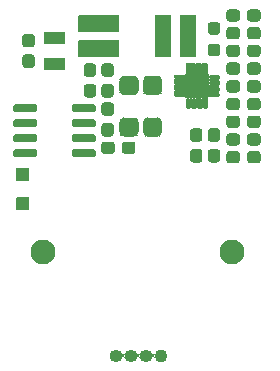
<source format=gbr>
G04 #@! TF.GenerationSoftware,KiCad,Pcbnew,(5.1.9)-1*
G04 #@! TF.CreationDate,2021-05-26T02:25:09+02:00*
G04 #@! TF.ProjectId,Omamori,4f6d616d-6f72-4692-9e6b-696361645f70,rev?*
G04 #@! TF.SameCoordinates,Original*
G04 #@! TF.FileFunction,Soldermask,Bot*
G04 #@! TF.FilePolarity,Negative*
%FSLAX46Y46*%
G04 Gerber Fmt 4.6, Leading zero omitted, Abs format (unit mm)*
G04 Created by KiCad (PCBNEW (5.1.9)-1) date 2021-05-26 02:25:09*
%MOMM*%
%LPD*%
G01*
G04 APERTURE LIST*
%ADD10C,1.102000*%
%ADD11O,1.102000X1.102000*%
%ADD12C,2.102000*%
%ADD13C,0.100000*%
G04 APERTURE END LIST*
G36*
G01*
X33701000Y-16737000D02*
X33701000Y-17263000D01*
G75*
G02*
X33438000Y-17526000I-263000J0D01*
G01*
X32812000Y-17526000D01*
G75*
G02*
X32549000Y-17263000I0J263000D01*
G01*
X32549000Y-16737000D01*
G75*
G02*
X32812000Y-16474000I263000J0D01*
G01*
X33438000Y-16474000D01*
G75*
G02*
X33701000Y-16737000I0J-263000D01*
G01*
G37*
G36*
G01*
X35451000Y-16737000D02*
X35451000Y-17263000D01*
G75*
G02*
X35188000Y-17526000I-263000J0D01*
G01*
X34562000Y-17526000D01*
G75*
G02*
X34299000Y-17263000I0J263000D01*
G01*
X34299000Y-16737000D01*
G75*
G02*
X34562000Y-16474000I263000J0D01*
G01*
X35188000Y-16474000D01*
G75*
G02*
X35451000Y-16737000I0J-263000D01*
G01*
G37*
G36*
G01*
X31763000Y-18626000D02*
X31237000Y-18626000D01*
G75*
G02*
X30974000Y-18363000I0J263000D01*
G01*
X30974000Y-17812000D01*
G75*
G02*
X31237000Y-17549000I263000J0D01*
G01*
X31763000Y-17549000D01*
G75*
G02*
X32026000Y-17812000I0J-263000D01*
G01*
X32026000Y-18363000D01*
G75*
G02*
X31763000Y-18626000I-263000J0D01*
G01*
G37*
G36*
G01*
X31763000Y-20451000D02*
X31237000Y-20451000D01*
G75*
G02*
X30974000Y-20188000I0J263000D01*
G01*
X30974000Y-19637000D01*
G75*
G02*
X31237000Y-19374000I263000J0D01*
G01*
X31763000Y-19374000D01*
G75*
G02*
X32026000Y-19637000I0J-263000D01*
G01*
X32026000Y-20188000D01*
G75*
G02*
X31763000Y-20451000I-263000J0D01*
G01*
G37*
G36*
G01*
X25893500Y-22137000D02*
X26706500Y-22137000D01*
G75*
G02*
X27113000Y-22543500I0J-406500D01*
G01*
X27113000Y-23356500D01*
G75*
G02*
X26706500Y-23763000I-406500J0D01*
G01*
X25893500Y-23763000D01*
G75*
G02*
X25487000Y-23356500I0J406500D01*
G01*
X25487000Y-22543500D01*
G75*
G02*
X25893500Y-22137000I406500J0D01*
G01*
G37*
G36*
G01*
X23893500Y-22137000D02*
X24706500Y-22137000D01*
G75*
G02*
X25113000Y-22543500I0J-406500D01*
G01*
X25113000Y-23356500D01*
G75*
G02*
X24706500Y-23763000I-406500J0D01*
G01*
X23893500Y-23763000D01*
G75*
G02*
X23487000Y-23356500I0J406500D01*
G01*
X23487000Y-22543500D01*
G75*
G02*
X23893500Y-22137000I406500J0D01*
G01*
G37*
G36*
G01*
X23893500Y-25637000D02*
X24706500Y-25637000D01*
G75*
G02*
X25113000Y-26043500I0J-406500D01*
G01*
X25113000Y-26856500D01*
G75*
G02*
X24706500Y-27263000I-406500J0D01*
G01*
X23893500Y-27263000D01*
G75*
G02*
X23487000Y-26856500I0J406500D01*
G01*
X23487000Y-26043500D01*
G75*
G02*
X23893500Y-25637000I406500J0D01*
G01*
G37*
G36*
G01*
X25893500Y-25637000D02*
X26706500Y-25637000D01*
G75*
G02*
X27113000Y-26043500I0J-406500D01*
G01*
X27113000Y-26856500D01*
G75*
G02*
X26706500Y-27263000I-406500J0D01*
G01*
X25893500Y-27263000D01*
G75*
G02*
X25487000Y-26856500I0J406500D01*
G01*
X25487000Y-26043500D01*
G75*
G02*
X25893500Y-25637000I406500J0D01*
G01*
G37*
G36*
G01*
X15800000Y-31001000D02*
X14800000Y-31001000D01*
G75*
G02*
X14749000Y-30950000I0J51000D01*
G01*
X14749000Y-29950000D01*
G75*
G02*
X14800000Y-29899000I51000J0D01*
G01*
X15800000Y-29899000D01*
G75*
G02*
X15851000Y-29950000I0J-51000D01*
G01*
X15851000Y-30950000D01*
G75*
G02*
X15800000Y-31001000I-51000J0D01*
G01*
G37*
G36*
G01*
X15800000Y-33501000D02*
X14800000Y-33501000D01*
G75*
G02*
X14749000Y-33450000I0J51000D01*
G01*
X14749000Y-32450000D01*
G75*
G02*
X14800000Y-32399000I51000J0D01*
G01*
X15800000Y-32399000D01*
G75*
G02*
X15851000Y-32450000I0J-51000D01*
G01*
X15851000Y-33450000D01*
G75*
G02*
X15800000Y-33501000I-51000J0D01*
G01*
G37*
D10*
X27000000Y-45800000D03*
D11*
X25730000Y-45800000D03*
X24460000Y-45800000D03*
X23190000Y-45800000D03*
G36*
G01*
X23450000Y-18401000D02*
X20050000Y-18401000D01*
G75*
G02*
X19999000Y-18350000I0J51000D01*
G01*
X19999000Y-17050000D01*
G75*
G02*
X20050000Y-16999000I51000J0D01*
G01*
X23450000Y-16999000D01*
G75*
G02*
X23501000Y-17050000I0J-51000D01*
G01*
X23501000Y-18350000D01*
G75*
G02*
X23450000Y-18401000I-51000J0D01*
G01*
G37*
G36*
G01*
X23450000Y-20501000D02*
X20050000Y-20501000D01*
G75*
G02*
X19999000Y-20450000I0J51000D01*
G01*
X19999000Y-19150000D01*
G75*
G02*
X20050000Y-19099000I51000J0D01*
G01*
X23450000Y-19099000D01*
G75*
G02*
X23501000Y-19150000I0J-51000D01*
G01*
X23501000Y-20450000D01*
G75*
G02*
X23450000Y-20501000I-51000J0D01*
G01*
G37*
G36*
G01*
X27901000Y-17050000D02*
X27901000Y-20450000D01*
G75*
G02*
X27850000Y-20501000I-51000J0D01*
G01*
X26550000Y-20501000D01*
G75*
G02*
X26499000Y-20450000I0J51000D01*
G01*
X26499000Y-17050000D01*
G75*
G02*
X26550000Y-16999000I51000J0D01*
G01*
X27850000Y-16999000D01*
G75*
G02*
X27901000Y-17050000I0J-51000D01*
G01*
G37*
G36*
G01*
X30001000Y-17050000D02*
X30001000Y-20450000D01*
G75*
G02*
X29950000Y-20501000I-51000J0D01*
G01*
X28650000Y-20501000D01*
G75*
G02*
X28599000Y-20450000I0J51000D01*
G01*
X28599000Y-17050000D01*
G75*
G02*
X28650000Y-16999000I51000J0D01*
G01*
X29950000Y-16999000D01*
G75*
G02*
X30001000Y-17050000I0J-51000D01*
G01*
G37*
G36*
G01*
X20737000Y-22799000D02*
X21263000Y-22799000D01*
G75*
G02*
X21526000Y-23062000I0J-263000D01*
G01*
X21526000Y-23688000D01*
G75*
G02*
X21263000Y-23951000I-263000J0D01*
G01*
X20737000Y-23951000D01*
G75*
G02*
X20474000Y-23688000I0J263000D01*
G01*
X20474000Y-23062000D01*
G75*
G02*
X20737000Y-22799000I263000J0D01*
G01*
G37*
G36*
G01*
X20737000Y-21049000D02*
X21263000Y-21049000D01*
G75*
G02*
X21526000Y-21312000I0J-263000D01*
G01*
X21526000Y-21938000D01*
G75*
G02*
X21263000Y-22201000I-263000J0D01*
G01*
X20737000Y-22201000D01*
G75*
G02*
X20474000Y-21938000I0J263000D01*
G01*
X20474000Y-21312000D01*
G75*
G02*
X20737000Y-21049000I263000J0D01*
G01*
G37*
G36*
G01*
X33701000Y-19737000D02*
X33701000Y-20263000D01*
G75*
G02*
X33438000Y-20526000I-263000J0D01*
G01*
X32812000Y-20526000D01*
G75*
G02*
X32549000Y-20263000I0J263000D01*
G01*
X32549000Y-19737000D01*
G75*
G02*
X32812000Y-19474000I263000J0D01*
G01*
X33438000Y-19474000D01*
G75*
G02*
X33701000Y-19737000I0J-263000D01*
G01*
G37*
G36*
G01*
X35451000Y-19737000D02*
X35451000Y-20263000D01*
G75*
G02*
X35188000Y-20526000I-263000J0D01*
G01*
X34562000Y-20526000D01*
G75*
G02*
X34299000Y-20263000I0J263000D01*
G01*
X34299000Y-19737000D01*
G75*
G02*
X34562000Y-19474000I263000J0D01*
G01*
X35188000Y-19474000D01*
G75*
G02*
X35451000Y-19737000I0J-263000D01*
G01*
G37*
G36*
G01*
X16551000Y-24669500D02*
X16551000Y-25020500D01*
G75*
G02*
X16375500Y-25196000I-175500J0D01*
G01*
X14674500Y-25196000D01*
G75*
G02*
X14499000Y-25020500I0J175500D01*
G01*
X14499000Y-24669500D01*
G75*
G02*
X14674500Y-24494000I175500J0D01*
G01*
X16375500Y-24494000D01*
G75*
G02*
X16551000Y-24669500I0J-175500D01*
G01*
G37*
G36*
G01*
X16551000Y-25939500D02*
X16551000Y-26290500D01*
G75*
G02*
X16375500Y-26466000I-175500J0D01*
G01*
X14674500Y-26466000D01*
G75*
G02*
X14499000Y-26290500I0J175500D01*
G01*
X14499000Y-25939500D01*
G75*
G02*
X14674500Y-25764000I175500J0D01*
G01*
X16375500Y-25764000D01*
G75*
G02*
X16551000Y-25939500I0J-175500D01*
G01*
G37*
G36*
G01*
X16551000Y-27209500D02*
X16551000Y-27560500D01*
G75*
G02*
X16375500Y-27736000I-175500J0D01*
G01*
X14674500Y-27736000D01*
G75*
G02*
X14499000Y-27560500I0J175500D01*
G01*
X14499000Y-27209500D01*
G75*
G02*
X14674500Y-27034000I175500J0D01*
G01*
X16375500Y-27034000D01*
G75*
G02*
X16551000Y-27209500I0J-175500D01*
G01*
G37*
G36*
G01*
X16551000Y-28479500D02*
X16551000Y-28830500D01*
G75*
G02*
X16375500Y-29006000I-175500J0D01*
G01*
X14674500Y-29006000D01*
G75*
G02*
X14499000Y-28830500I0J175500D01*
G01*
X14499000Y-28479500D01*
G75*
G02*
X14674500Y-28304000I175500J0D01*
G01*
X16375500Y-28304000D01*
G75*
G02*
X16551000Y-28479500I0J-175500D01*
G01*
G37*
G36*
G01*
X21501000Y-28479500D02*
X21501000Y-28830500D01*
G75*
G02*
X21325500Y-29006000I-175500J0D01*
G01*
X19624500Y-29006000D01*
G75*
G02*
X19449000Y-28830500I0J175500D01*
G01*
X19449000Y-28479500D01*
G75*
G02*
X19624500Y-28304000I175500J0D01*
G01*
X21325500Y-28304000D01*
G75*
G02*
X21501000Y-28479500I0J-175500D01*
G01*
G37*
G36*
G01*
X21501000Y-27209500D02*
X21501000Y-27560500D01*
G75*
G02*
X21325500Y-27736000I-175500J0D01*
G01*
X19624500Y-27736000D01*
G75*
G02*
X19449000Y-27560500I0J175500D01*
G01*
X19449000Y-27209500D01*
G75*
G02*
X19624500Y-27034000I175500J0D01*
G01*
X21325500Y-27034000D01*
G75*
G02*
X21501000Y-27209500I0J-175500D01*
G01*
G37*
G36*
G01*
X21501000Y-25939500D02*
X21501000Y-26290500D01*
G75*
G02*
X21325500Y-26466000I-175500J0D01*
G01*
X19624500Y-26466000D01*
G75*
G02*
X19449000Y-26290500I0J175500D01*
G01*
X19449000Y-25939500D01*
G75*
G02*
X19624500Y-25764000I175500J0D01*
G01*
X21325500Y-25764000D01*
G75*
G02*
X21501000Y-25939500I0J-175500D01*
G01*
G37*
G36*
G01*
X21501000Y-24669500D02*
X21501000Y-25020500D01*
G75*
G02*
X21325500Y-25196000I-175500J0D01*
G01*
X19624500Y-25196000D01*
G75*
G02*
X19449000Y-25020500I0J175500D01*
G01*
X19449000Y-24669500D01*
G75*
G02*
X19624500Y-24494000I175500J0D01*
G01*
X21325500Y-24494000D01*
G75*
G02*
X21501000Y-24669500I0J-175500D01*
G01*
G37*
D12*
X17000000Y-37000000D03*
X33000000Y-37000000D03*
G36*
G01*
X18850000Y-19401000D02*
X18450000Y-19401000D01*
G75*
G02*
X18399000Y-19350000I0J51000D01*
G01*
X18399000Y-18450000D01*
G75*
G02*
X18450000Y-18399000I51000J0D01*
G01*
X18850000Y-18399000D01*
G75*
G02*
X18901000Y-18450000I0J-51000D01*
G01*
X18901000Y-19350000D01*
G75*
G02*
X18850000Y-19401000I-51000J0D01*
G01*
G37*
G36*
G01*
X17550000Y-19401000D02*
X17150000Y-19401000D01*
G75*
G02*
X17099000Y-19350000I0J51000D01*
G01*
X17099000Y-18450000D01*
G75*
G02*
X17150000Y-18399000I51000J0D01*
G01*
X17550000Y-18399000D01*
G75*
G02*
X17601000Y-18450000I0J-51000D01*
G01*
X17601000Y-19350000D01*
G75*
G02*
X17550000Y-19401000I-51000J0D01*
G01*
G37*
G36*
G01*
X18200000Y-21601000D02*
X17800000Y-21601000D01*
G75*
G02*
X17749000Y-21550000I0J51000D01*
G01*
X17749000Y-20650000D01*
G75*
G02*
X17800000Y-20599000I51000J0D01*
G01*
X18200000Y-20599000D01*
G75*
G02*
X18251000Y-20650000I0J-51000D01*
G01*
X18251000Y-21550000D01*
G75*
G02*
X18200000Y-21601000I-51000J0D01*
G01*
G37*
G36*
G01*
X18200000Y-19401000D02*
X17800000Y-19401000D01*
G75*
G02*
X17749000Y-19350000I0J51000D01*
G01*
X17749000Y-18450000D01*
G75*
G02*
X17800000Y-18399000I51000J0D01*
G01*
X18200000Y-18399000D01*
G75*
G02*
X18251000Y-18450000I0J-51000D01*
G01*
X18251000Y-19350000D01*
G75*
G02*
X18200000Y-19401000I-51000J0D01*
G01*
G37*
G36*
G01*
X17550000Y-21601000D02*
X17150000Y-21601000D01*
G75*
G02*
X17099000Y-21550000I0J51000D01*
G01*
X17099000Y-20650000D01*
G75*
G02*
X17150000Y-20599000I51000J0D01*
G01*
X17550000Y-20599000D01*
G75*
G02*
X17601000Y-20650000I0J-51000D01*
G01*
X17601000Y-21550000D01*
G75*
G02*
X17550000Y-21601000I-51000J0D01*
G01*
G37*
G36*
G01*
X18850000Y-21601000D02*
X18450000Y-21601000D01*
G75*
G02*
X18399000Y-21550000I0J51000D01*
G01*
X18399000Y-20650000D01*
G75*
G02*
X18450000Y-20599000I51000J0D01*
G01*
X18850000Y-20599000D01*
G75*
G02*
X18901000Y-20650000I0J-51000D01*
G01*
X18901000Y-21550000D01*
G75*
G02*
X18850000Y-21601000I-51000J0D01*
G01*
G37*
G36*
G01*
X34299000Y-23263000D02*
X34299000Y-22737000D01*
G75*
G02*
X34562000Y-22474000I263000J0D01*
G01*
X35188000Y-22474000D01*
G75*
G02*
X35451000Y-22737000I0J-263000D01*
G01*
X35451000Y-23263000D01*
G75*
G02*
X35188000Y-23526000I-263000J0D01*
G01*
X34562000Y-23526000D01*
G75*
G02*
X34299000Y-23263000I0J263000D01*
G01*
G37*
G36*
G01*
X32549000Y-23263000D02*
X32549000Y-22737000D01*
G75*
G02*
X32812000Y-22474000I263000J0D01*
G01*
X33438000Y-22474000D01*
G75*
G02*
X33701000Y-22737000I0J-263000D01*
G01*
X33701000Y-23263000D01*
G75*
G02*
X33438000Y-23526000I-263000J0D01*
G01*
X32812000Y-23526000D01*
G75*
G02*
X32549000Y-23263000I0J263000D01*
G01*
G37*
G36*
G01*
X34299000Y-27763000D02*
X34299000Y-27237000D01*
G75*
G02*
X34562000Y-26974000I263000J0D01*
G01*
X35188000Y-26974000D01*
G75*
G02*
X35451000Y-27237000I0J-263000D01*
G01*
X35451000Y-27763000D01*
G75*
G02*
X35188000Y-28026000I-263000J0D01*
G01*
X34562000Y-28026000D01*
G75*
G02*
X34299000Y-27763000I0J263000D01*
G01*
G37*
G36*
G01*
X32549000Y-27763000D02*
X32549000Y-27237000D01*
G75*
G02*
X32812000Y-26974000I263000J0D01*
G01*
X33438000Y-26974000D01*
G75*
G02*
X33701000Y-27237000I0J-263000D01*
G01*
X33701000Y-27763000D01*
G75*
G02*
X33438000Y-28026000I-263000J0D01*
G01*
X32812000Y-28026000D01*
G75*
G02*
X32549000Y-27763000I0J263000D01*
G01*
G37*
G36*
G01*
X33701000Y-25737000D02*
X33701000Y-26263000D01*
G75*
G02*
X33438000Y-26526000I-263000J0D01*
G01*
X32812000Y-26526000D01*
G75*
G02*
X32549000Y-26263000I0J263000D01*
G01*
X32549000Y-25737000D01*
G75*
G02*
X32812000Y-25474000I263000J0D01*
G01*
X33438000Y-25474000D01*
G75*
G02*
X33701000Y-25737000I0J-263000D01*
G01*
G37*
G36*
G01*
X35451000Y-25737000D02*
X35451000Y-26263000D01*
G75*
G02*
X35188000Y-26526000I-263000J0D01*
G01*
X34562000Y-26526000D01*
G75*
G02*
X34299000Y-26263000I0J263000D01*
G01*
X34299000Y-25737000D01*
G75*
G02*
X34562000Y-25474000I263000J0D01*
G01*
X35188000Y-25474000D01*
G75*
G02*
X35451000Y-25737000I0J-263000D01*
G01*
G37*
G36*
G01*
X34299000Y-24763000D02*
X34299000Y-24237000D01*
G75*
G02*
X34562000Y-23974000I263000J0D01*
G01*
X35188000Y-23974000D01*
G75*
G02*
X35451000Y-24237000I0J-263000D01*
G01*
X35451000Y-24763000D01*
G75*
G02*
X35188000Y-25026000I-263000J0D01*
G01*
X34562000Y-25026000D01*
G75*
G02*
X34299000Y-24763000I0J263000D01*
G01*
G37*
G36*
G01*
X32549000Y-24763000D02*
X32549000Y-24237000D01*
G75*
G02*
X32812000Y-23974000I263000J0D01*
G01*
X33438000Y-23974000D01*
G75*
G02*
X33701000Y-24237000I0J-263000D01*
G01*
X33701000Y-24763000D01*
G75*
G02*
X33438000Y-25026000I-263000J0D01*
G01*
X32812000Y-25026000D01*
G75*
G02*
X32549000Y-24763000I0J263000D01*
G01*
G37*
G36*
G01*
X29737000Y-28299000D02*
X30263000Y-28299000D01*
G75*
G02*
X30526000Y-28562000I0J-263000D01*
G01*
X30526000Y-29188000D01*
G75*
G02*
X30263000Y-29451000I-263000J0D01*
G01*
X29737000Y-29451000D01*
G75*
G02*
X29474000Y-29188000I0J263000D01*
G01*
X29474000Y-28562000D01*
G75*
G02*
X29737000Y-28299000I263000J0D01*
G01*
G37*
G36*
G01*
X29737000Y-26549000D02*
X30263000Y-26549000D01*
G75*
G02*
X30526000Y-26812000I0J-263000D01*
G01*
X30526000Y-27438000D01*
G75*
G02*
X30263000Y-27701000I-263000J0D01*
G01*
X29737000Y-27701000D01*
G75*
G02*
X29474000Y-27438000I0J263000D01*
G01*
X29474000Y-26812000D01*
G75*
G02*
X29737000Y-26549000I263000J0D01*
G01*
G37*
G36*
G01*
X31237000Y-28299000D02*
X31763000Y-28299000D01*
G75*
G02*
X32026000Y-28562000I0J-263000D01*
G01*
X32026000Y-29188000D01*
G75*
G02*
X31763000Y-29451000I-263000J0D01*
G01*
X31237000Y-29451000D01*
G75*
G02*
X30974000Y-29188000I0J263000D01*
G01*
X30974000Y-28562000D01*
G75*
G02*
X31237000Y-28299000I263000J0D01*
G01*
G37*
G36*
G01*
X31237000Y-26549000D02*
X31763000Y-26549000D01*
G75*
G02*
X32026000Y-26812000I0J-263000D01*
G01*
X32026000Y-27438000D01*
G75*
G02*
X31763000Y-27701000I-263000J0D01*
G01*
X31237000Y-27701000D01*
G75*
G02*
X30974000Y-27438000I0J263000D01*
G01*
X30974000Y-26812000D01*
G75*
G02*
X31237000Y-26549000I263000J0D01*
G01*
G37*
G36*
G01*
X33701000Y-28737000D02*
X33701000Y-29263000D01*
G75*
G02*
X33438000Y-29526000I-263000J0D01*
G01*
X32812000Y-29526000D01*
G75*
G02*
X32549000Y-29263000I0J263000D01*
G01*
X32549000Y-28737000D01*
G75*
G02*
X32812000Y-28474000I263000J0D01*
G01*
X33438000Y-28474000D01*
G75*
G02*
X33701000Y-28737000I0J-263000D01*
G01*
G37*
G36*
G01*
X35451000Y-28737000D02*
X35451000Y-29263000D01*
G75*
G02*
X35188000Y-29526000I-263000J0D01*
G01*
X34562000Y-29526000D01*
G75*
G02*
X34299000Y-29263000I0J263000D01*
G01*
X34299000Y-28737000D01*
G75*
G02*
X34562000Y-28474000I263000J0D01*
G01*
X35188000Y-28474000D01*
G75*
G02*
X35451000Y-28737000I0J-263000D01*
G01*
G37*
G36*
G01*
X23101000Y-27937000D02*
X23101000Y-28463000D01*
G75*
G02*
X22838000Y-28726000I-263000J0D01*
G01*
X22212000Y-28726000D01*
G75*
G02*
X21949000Y-28463000I0J263000D01*
G01*
X21949000Y-27937000D01*
G75*
G02*
X22212000Y-27674000I263000J0D01*
G01*
X22838000Y-27674000D01*
G75*
G02*
X23101000Y-27937000I0J-263000D01*
G01*
G37*
G36*
G01*
X24851000Y-27937000D02*
X24851000Y-28463000D01*
G75*
G02*
X24588000Y-28726000I-263000J0D01*
G01*
X23962000Y-28726000D01*
G75*
G02*
X23699000Y-28463000I0J263000D01*
G01*
X23699000Y-27937000D01*
G75*
G02*
X23962000Y-27674000I263000J0D01*
G01*
X24588000Y-27674000D01*
G75*
G02*
X24851000Y-27937000I0J-263000D01*
G01*
G37*
G36*
G01*
X34299000Y-21763000D02*
X34299000Y-21237000D01*
G75*
G02*
X34562000Y-20974000I263000J0D01*
G01*
X35188000Y-20974000D01*
G75*
G02*
X35451000Y-21237000I0J-263000D01*
G01*
X35451000Y-21763000D01*
G75*
G02*
X35188000Y-22026000I-263000J0D01*
G01*
X34562000Y-22026000D01*
G75*
G02*
X34299000Y-21763000I0J263000D01*
G01*
G37*
G36*
G01*
X32549000Y-21763000D02*
X32549000Y-21237000D01*
G75*
G02*
X32812000Y-20974000I263000J0D01*
G01*
X33438000Y-20974000D01*
G75*
G02*
X33701000Y-21237000I0J-263000D01*
G01*
X33701000Y-21763000D01*
G75*
G02*
X33438000Y-22026000I-263000J0D01*
G01*
X32812000Y-22026000D01*
G75*
G02*
X32549000Y-21763000I0J263000D01*
G01*
G37*
G36*
G01*
X15537000Y-20299000D02*
X16063000Y-20299000D01*
G75*
G02*
X16326000Y-20562000I0J-263000D01*
G01*
X16326000Y-21188000D01*
G75*
G02*
X16063000Y-21451000I-263000J0D01*
G01*
X15537000Y-21451000D01*
G75*
G02*
X15274000Y-21188000I0J263000D01*
G01*
X15274000Y-20562000D01*
G75*
G02*
X15537000Y-20299000I263000J0D01*
G01*
G37*
G36*
G01*
X15537000Y-18549000D02*
X16063000Y-18549000D01*
G75*
G02*
X16326000Y-18812000I0J-263000D01*
G01*
X16326000Y-19438000D01*
G75*
G02*
X16063000Y-19701000I-263000J0D01*
G01*
X15537000Y-19701000D01*
G75*
G02*
X15274000Y-19438000I0J263000D01*
G01*
X15274000Y-18812000D01*
G75*
G02*
X15537000Y-18549000I263000J0D01*
G01*
G37*
G36*
G01*
X22763000Y-25501000D02*
X22237000Y-25501000D01*
G75*
G02*
X21974000Y-25238000I0J263000D01*
G01*
X21974000Y-24612000D01*
G75*
G02*
X22237000Y-24349000I263000J0D01*
G01*
X22763000Y-24349000D01*
G75*
G02*
X23026000Y-24612000I0J-263000D01*
G01*
X23026000Y-25238000D01*
G75*
G02*
X22763000Y-25501000I-263000J0D01*
G01*
G37*
G36*
G01*
X22763000Y-27251000D02*
X22237000Y-27251000D01*
G75*
G02*
X21974000Y-26988000I0J263000D01*
G01*
X21974000Y-26362000D01*
G75*
G02*
X22237000Y-26099000I263000J0D01*
G01*
X22763000Y-26099000D01*
G75*
G02*
X23026000Y-26362000I0J-263000D01*
G01*
X23026000Y-26988000D01*
G75*
G02*
X22763000Y-27251000I-263000J0D01*
G01*
G37*
G36*
G01*
X34299000Y-18763000D02*
X34299000Y-18237000D01*
G75*
G02*
X34562000Y-17974000I263000J0D01*
G01*
X35188000Y-17974000D01*
G75*
G02*
X35451000Y-18237000I0J-263000D01*
G01*
X35451000Y-18763000D01*
G75*
G02*
X35188000Y-19026000I-263000J0D01*
G01*
X34562000Y-19026000D01*
G75*
G02*
X34299000Y-18763000I0J263000D01*
G01*
G37*
G36*
G01*
X32549000Y-18763000D02*
X32549000Y-18237000D01*
G75*
G02*
X32812000Y-17974000I263000J0D01*
G01*
X33438000Y-17974000D01*
G75*
G02*
X33701000Y-18237000I0J-263000D01*
G01*
X33701000Y-18763000D01*
G75*
G02*
X33438000Y-19026000I-263000J0D01*
G01*
X32812000Y-19026000D01*
G75*
G02*
X32549000Y-18763000I0J263000D01*
G01*
G37*
G36*
G01*
X22237000Y-22799000D02*
X22763000Y-22799000D01*
G75*
G02*
X23026000Y-23062000I0J-263000D01*
G01*
X23026000Y-23688000D01*
G75*
G02*
X22763000Y-23951000I-263000J0D01*
G01*
X22237000Y-23951000D01*
G75*
G02*
X21974000Y-23688000I0J263000D01*
G01*
X21974000Y-23062000D01*
G75*
G02*
X22237000Y-22799000I263000J0D01*
G01*
G37*
G36*
G01*
X22237000Y-21049000D02*
X22763000Y-21049000D01*
G75*
G02*
X23026000Y-21312000I0J-263000D01*
G01*
X23026000Y-21938000D01*
G75*
G02*
X22763000Y-22201000I-263000J0D01*
G01*
X22237000Y-22201000D01*
G75*
G02*
X21974000Y-21938000I0J263000D01*
G01*
X21974000Y-21312000D01*
G75*
G02*
X22237000Y-21049000I263000J0D01*
G01*
G37*
G36*
G01*
X29150000Y-21999000D02*
X30950000Y-21999000D01*
G75*
G02*
X31001000Y-22050000I0J-51000D01*
G01*
X31001000Y-23850000D01*
G75*
G02*
X30950000Y-23901000I-51000J0D01*
G01*
X29150000Y-23901000D01*
G75*
G02*
X29099000Y-23850000I0J51000D01*
G01*
X29099000Y-22050000D01*
G75*
G02*
X29150000Y-21999000I51000J0D01*
G01*
G37*
G36*
G01*
X28212000Y-22024000D02*
X28913000Y-22024000D01*
G75*
G02*
X29001000Y-22112000I0J-88000D01*
G01*
X29001000Y-22288000D01*
G75*
G02*
X28913000Y-22376000I-88000J0D01*
G01*
X28212000Y-22376000D01*
G75*
G02*
X28124000Y-22288000I0J88000D01*
G01*
X28124000Y-22112000D01*
G75*
G02*
X28212000Y-22024000I88000J0D01*
G01*
G37*
G36*
G01*
X28212000Y-22524000D02*
X28913000Y-22524000D01*
G75*
G02*
X29001000Y-22612000I0J-88000D01*
G01*
X29001000Y-22788000D01*
G75*
G02*
X28913000Y-22876000I-88000J0D01*
G01*
X28212000Y-22876000D01*
G75*
G02*
X28124000Y-22788000I0J88000D01*
G01*
X28124000Y-22612000D01*
G75*
G02*
X28212000Y-22524000I88000J0D01*
G01*
G37*
G36*
G01*
X28212000Y-23024000D02*
X28913000Y-23024000D01*
G75*
G02*
X29001000Y-23112000I0J-88000D01*
G01*
X29001000Y-23288000D01*
G75*
G02*
X28913000Y-23376000I-88000J0D01*
G01*
X28212000Y-23376000D01*
G75*
G02*
X28124000Y-23288000I0J88000D01*
G01*
X28124000Y-23112000D01*
G75*
G02*
X28212000Y-23024000I88000J0D01*
G01*
G37*
G36*
G01*
X28212000Y-23524000D02*
X28913000Y-23524000D01*
G75*
G02*
X29001000Y-23612000I0J-88000D01*
G01*
X29001000Y-23788000D01*
G75*
G02*
X28913000Y-23876000I-88000J0D01*
G01*
X28212000Y-23876000D01*
G75*
G02*
X28124000Y-23788000I0J88000D01*
G01*
X28124000Y-23612000D01*
G75*
G02*
X28212000Y-23524000I88000J0D01*
G01*
G37*
G36*
G01*
X29212000Y-23999000D02*
X29388000Y-23999000D01*
G75*
G02*
X29476000Y-24087000I0J-88000D01*
G01*
X29476000Y-24788000D01*
G75*
G02*
X29388000Y-24876000I-88000J0D01*
G01*
X29212000Y-24876000D01*
G75*
G02*
X29124000Y-24788000I0J88000D01*
G01*
X29124000Y-24087000D01*
G75*
G02*
X29212000Y-23999000I88000J0D01*
G01*
G37*
G36*
G01*
X29712000Y-23999000D02*
X29888000Y-23999000D01*
G75*
G02*
X29976000Y-24087000I0J-88000D01*
G01*
X29976000Y-24788000D01*
G75*
G02*
X29888000Y-24876000I-88000J0D01*
G01*
X29712000Y-24876000D01*
G75*
G02*
X29624000Y-24788000I0J88000D01*
G01*
X29624000Y-24087000D01*
G75*
G02*
X29712000Y-23999000I88000J0D01*
G01*
G37*
G36*
G01*
X30212000Y-23999000D02*
X30388000Y-23999000D01*
G75*
G02*
X30476000Y-24087000I0J-88000D01*
G01*
X30476000Y-24788000D01*
G75*
G02*
X30388000Y-24876000I-88000J0D01*
G01*
X30212000Y-24876000D01*
G75*
G02*
X30124000Y-24788000I0J88000D01*
G01*
X30124000Y-24087000D01*
G75*
G02*
X30212000Y-23999000I88000J0D01*
G01*
G37*
G36*
G01*
X30712000Y-23999000D02*
X30888000Y-23999000D01*
G75*
G02*
X30976000Y-24087000I0J-88000D01*
G01*
X30976000Y-24788000D01*
G75*
G02*
X30888000Y-24876000I-88000J0D01*
G01*
X30712000Y-24876000D01*
G75*
G02*
X30624000Y-24788000I0J88000D01*
G01*
X30624000Y-24087000D01*
G75*
G02*
X30712000Y-23999000I88000J0D01*
G01*
G37*
G36*
G01*
X31187000Y-23524000D02*
X31888000Y-23524000D01*
G75*
G02*
X31976000Y-23612000I0J-88000D01*
G01*
X31976000Y-23788000D01*
G75*
G02*
X31888000Y-23876000I-88000J0D01*
G01*
X31187000Y-23876000D01*
G75*
G02*
X31099000Y-23788000I0J88000D01*
G01*
X31099000Y-23612000D01*
G75*
G02*
X31187000Y-23524000I88000J0D01*
G01*
G37*
G36*
G01*
X31187000Y-23024000D02*
X31888000Y-23024000D01*
G75*
G02*
X31976000Y-23112000I0J-88000D01*
G01*
X31976000Y-23288000D01*
G75*
G02*
X31888000Y-23376000I-88000J0D01*
G01*
X31187000Y-23376000D01*
G75*
G02*
X31099000Y-23288000I0J88000D01*
G01*
X31099000Y-23112000D01*
G75*
G02*
X31187000Y-23024000I88000J0D01*
G01*
G37*
G36*
G01*
X31187000Y-22524000D02*
X31888000Y-22524000D01*
G75*
G02*
X31976000Y-22612000I0J-88000D01*
G01*
X31976000Y-22788000D01*
G75*
G02*
X31888000Y-22876000I-88000J0D01*
G01*
X31187000Y-22876000D01*
G75*
G02*
X31099000Y-22788000I0J88000D01*
G01*
X31099000Y-22612000D01*
G75*
G02*
X31187000Y-22524000I88000J0D01*
G01*
G37*
G36*
G01*
X31187000Y-22024000D02*
X31888000Y-22024000D01*
G75*
G02*
X31976000Y-22112000I0J-88000D01*
G01*
X31976000Y-22288000D01*
G75*
G02*
X31888000Y-22376000I-88000J0D01*
G01*
X31187000Y-22376000D01*
G75*
G02*
X31099000Y-22288000I0J88000D01*
G01*
X31099000Y-22112000D01*
G75*
G02*
X31187000Y-22024000I88000J0D01*
G01*
G37*
G36*
G01*
X30712000Y-21024000D02*
X30888000Y-21024000D01*
G75*
G02*
X30976000Y-21112000I0J-88000D01*
G01*
X30976000Y-21813000D01*
G75*
G02*
X30888000Y-21901000I-88000J0D01*
G01*
X30712000Y-21901000D01*
G75*
G02*
X30624000Y-21813000I0J88000D01*
G01*
X30624000Y-21112000D01*
G75*
G02*
X30712000Y-21024000I88000J0D01*
G01*
G37*
G36*
G01*
X30212000Y-21024000D02*
X30388000Y-21024000D01*
G75*
G02*
X30476000Y-21112000I0J-88000D01*
G01*
X30476000Y-21813000D01*
G75*
G02*
X30388000Y-21901000I-88000J0D01*
G01*
X30212000Y-21901000D01*
G75*
G02*
X30124000Y-21813000I0J88000D01*
G01*
X30124000Y-21112000D01*
G75*
G02*
X30212000Y-21024000I88000J0D01*
G01*
G37*
G36*
G01*
X29712000Y-21024000D02*
X29888000Y-21024000D01*
G75*
G02*
X29976000Y-21112000I0J-88000D01*
G01*
X29976000Y-21813000D01*
G75*
G02*
X29888000Y-21901000I-88000J0D01*
G01*
X29712000Y-21901000D01*
G75*
G02*
X29624000Y-21813000I0J88000D01*
G01*
X29624000Y-21112000D01*
G75*
G02*
X29712000Y-21024000I88000J0D01*
G01*
G37*
G36*
G01*
X29212000Y-21024000D02*
X29388000Y-21024000D01*
G75*
G02*
X29476000Y-21112000I0J-88000D01*
G01*
X29476000Y-21813000D01*
G75*
G02*
X29388000Y-21901000I-88000J0D01*
G01*
X29212000Y-21901000D01*
G75*
G02*
X29124000Y-21813000I0J88000D01*
G01*
X29124000Y-21112000D01*
G75*
G02*
X29212000Y-21024000I88000J0D01*
G01*
G37*
D13*
G36*
X26479287Y-45627256D02*
G01*
X26479437Y-45629077D01*
X26474650Y-45640635D01*
X26453653Y-45746192D01*
X26453653Y-45853808D01*
X26474650Y-45959365D01*
X26479437Y-45970923D01*
X26479176Y-45972906D01*
X26477328Y-45973671D01*
X26475825Y-45972631D01*
X26467262Y-45956609D01*
X26451967Y-45937972D01*
X26433330Y-45922677D01*
X26412066Y-45911312D01*
X26388991Y-45904312D01*
X26365000Y-45901949D01*
X26341009Y-45904312D01*
X26317934Y-45911312D01*
X26296670Y-45922677D01*
X26278033Y-45937972D01*
X26262738Y-45956609D01*
X26254175Y-45972631D01*
X26252476Y-45973687D01*
X26250713Y-45972744D01*
X26250563Y-45970923D01*
X26255350Y-45959365D01*
X26276347Y-45853808D01*
X26276347Y-45746192D01*
X26255350Y-45640635D01*
X26250563Y-45629077D01*
X26250824Y-45627094D01*
X26252672Y-45626329D01*
X26254175Y-45627369D01*
X26262738Y-45643391D01*
X26278033Y-45662028D01*
X26296670Y-45677323D01*
X26317934Y-45688688D01*
X26341009Y-45695688D01*
X26365000Y-45698051D01*
X26388991Y-45695688D01*
X26412066Y-45688688D01*
X26433330Y-45677323D01*
X26451967Y-45662028D01*
X26467262Y-45643391D01*
X26475825Y-45627369D01*
X26477524Y-45626313D01*
X26479287Y-45627256D01*
G37*
G36*
X23939287Y-45627256D02*
G01*
X23939437Y-45629077D01*
X23934650Y-45640635D01*
X23913653Y-45746192D01*
X23913653Y-45853808D01*
X23934650Y-45959365D01*
X23939437Y-45970923D01*
X23939176Y-45972906D01*
X23937328Y-45973671D01*
X23935825Y-45972631D01*
X23927262Y-45956609D01*
X23911967Y-45937972D01*
X23893330Y-45922677D01*
X23872066Y-45911312D01*
X23848991Y-45904312D01*
X23825000Y-45901949D01*
X23801009Y-45904312D01*
X23777934Y-45911312D01*
X23756670Y-45922677D01*
X23738033Y-45937972D01*
X23722738Y-45956609D01*
X23714175Y-45972631D01*
X23712476Y-45973687D01*
X23710713Y-45972744D01*
X23710563Y-45970923D01*
X23715350Y-45959365D01*
X23736347Y-45853808D01*
X23736347Y-45746192D01*
X23715350Y-45640635D01*
X23710563Y-45629077D01*
X23710824Y-45627094D01*
X23712672Y-45626329D01*
X23714175Y-45627369D01*
X23722738Y-45643391D01*
X23738033Y-45662028D01*
X23756670Y-45677323D01*
X23777934Y-45688688D01*
X23801009Y-45695688D01*
X23825000Y-45698051D01*
X23848991Y-45695688D01*
X23872066Y-45688688D01*
X23893330Y-45677323D01*
X23911967Y-45662028D01*
X23927262Y-45643391D01*
X23935825Y-45627369D01*
X23937524Y-45626313D01*
X23939287Y-45627256D01*
G37*
G36*
X25209287Y-45627256D02*
G01*
X25209437Y-45629077D01*
X25204650Y-45640635D01*
X25183653Y-45746192D01*
X25183653Y-45853808D01*
X25204650Y-45959365D01*
X25209437Y-45970923D01*
X25209176Y-45972906D01*
X25207328Y-45973671D01*
X25205825Y-45972631D01*
X25197262Y-45956609D01*
X25181967Y-45937972D01*
X25163330Y-45922677D01*
X25142066Y-45911312D01*
X25118991Y-45904312D01*
X25095000Y-45901949D01*
X25071009Y-45904312D01*
X25047934Y-45911312D01*
X25026670Y-45922677D01*
X25008033Y-45937972D01*
X24992738Y-45956609D01*
X24984175Y-45972631D01*
X24982476Y-45973687D01*
X24980713Y-45972744D01*
X24980563Y-45970923D01*
X24985350Y-45959365D01*
X25006347Y-45853808D01*
X25006347Y-45746192D01*
X24985350Y-45640635D01*
X24980563Y-45629077D01*
X24980824Y-45627094D01*
X24982672Y-45626329D01*
X24984175Y-45627369D01*
X24992738Y-45643391D01*
X25008033Y-45662028D01*
X25026670Y-45677323D01*
X25047934Y-45688688D01*
X25071009Y-45695688D01*
X25095000Y-45698051D01*
X25118991Y-45695688D01*
X25142066Y-45688688D01*
X25163330Y-45677323D01*
X25181967Y-45662028D01*
X25197262Y-45643391D01*
X25205825Y-45627369D01*
X25207524Y-45626313D01*
X25209287Y-45627256D01*
G37*
G36*
X27114165Y-26854874D02*
G01*
X27115000Y-26856500D01*
X27115000Y-26912860D01*
X27114990Y-26913056D01*
X27107787Y-26986189D01*
X27107711Y-26986574D01*
X27088170Y-27050992D01*
X27088020Y-27051354D01*
X27056286Y-27110724D01*
X27056068Y-27111050D01*
X27013363Y-27163086D01*
X27013086Y-27163363D01*
X26961050Y-27206068D01*
X26960724Y-27206286D01*
X26901354Y-27238020D01*
X26900992Y-27238170D01*
X26836574Y-27257711D01*
X26836189Y-27257787D01*
X26763056Y-27264990D01*
X26762860Y-27265000D01*
X26706500Y-27265000D01*
X26704768Y-27264000D01*
X26704768Y-27262000D01*
X26706304Y-27261010D01*
X26785409Y-27253219D01*
X26861292Y-27230200D01*
X26931223Y-27192821D01*
X26992518Y-27142518D01*
X27042821Y-27081223D01*
X27080200Y-27011292D01*
X27103219Y-26935409D01*
X27111010Y-26856304D01*
X27112175Y-26854678D01*
X27114165Y-26854874D01*
G37*
G36*
X25114165Y-26854874D02*
G01*
X25115000Y-26856500D01*
X25115000Y-26912860D01*
X25114990Y-26913056D01*
X25107787Y-26986189D01*
X25107711Y-26986574D01*
X25088170Y-27050992D01*
X25088020Y-27051354D01*
X25056286Y-27110724D01*
X25056068Y-27111050D01*
X25013363Y-27163086D01*
X25013086Y-27163363D01*
X24961050Y-27206068D01*
X24960724Y-27206286D01*
X24901354Y-27238020D01*
X24900992Y-27238170D01*
X24836574Y-27257711D01*
X24836189Y-27257787D01*
X24763056Y-27264990D01*
X24762860Y-27265000D01*
X24706500Y-27265000D01*
X24704768Y-27264000D01*
X24704768Y-27262000D01*
X24706304Y-27261010D01*
X24785409Y-27253219D01*
X24861292Y-27230200D01*
X24931223Y-27192821D01*
X24992518Y-27142518D01*
X25042821Y-27081223D01*
X25080200Y-27011292D01*
X25103219Y-26935409D01*
X25111010Y-26856304D01*
X25112175Y-26854678D01*
X25114165Y-26854874D01*
G37*
G36*
X25488990Y-26856304D02*
G01*
X25496781Y-26935409D01*
X25519800Y-27011292D01*
X25557179Y-27081223D01*
X25607482Y-27142518D01*
X25668777Y-27192821D01*
X25738708Y-27230200D01*
X25814591Y-27253219D01*
X25893696Y-27261010D01*
X25895322Y-27262175D01*
X25895126Y-27264165D01*
X25893500Y-27265000D01*
X25837140Y-27265000D01*
X25836944Y-27264990D01*
X25763811Y-27257787D01*
X25763426Y-27257711D01*
X25699008Y-27238170D01*
X25698646Y-27238020D01*
X25639276Y-27206286D01*
X25638950Y-27206068D01*
X25586914Y-27163363D01*
X25586637Y-27163086D01*
X25543932Y-27111050D01*
X25543714Y-27110724D01*
X25511980Y-27051354D01*
X25511830Y-27050992D01*
X25492289Y-26986574D01*
X25492213Y-26986189D01*
X25485010Y-26913056D01*
X25485000Y-26912860D01*
X25485000Y-26856500D01*
X25486000Y-26854768D01*
X25488000Y-26854768D01*
X25488990Y-26856304D01*
G37*
G36*
X23488990Y-26856304D02*
G01*
X23496781Y-26935409D01*
X23519800Y-27011292D01*
X23557179Y-27081223D01*
X23607482Y-27142518D01*
X23668777Y-27192821D01*
X23738708Y-27230200D01*
X23814591Y-27253219D01*
X23893696Y-27261010D01*
X23895322Y-27262175D01*
X23895126Y-27264165D01*
X23893500Y-27265000D01*
X23837140Y-27265000D01*
X23836944Y-27264990D01*
X23763811Y-27257787D01*
X23763426Y-27257711D01*
X23699008Y-27238170D01*
X23698646Y-27238020D01*
X23639276Y-27206286D01*
X23638950Y-27206068D01*
X23586914Y-27163363D01*
X23586637Y-27163086D01*
X23543932Y-27111050D01*
X23543714Y-27110724D01*
X23511980Y-27051354D01*
X23511830Y-27050992D01*
X23492289Y-26986574D01*
X23492213Y-26986189D01*
X23485010Y-26913056D01*
X23485000Y-26912860D01*
X23485000Y-26856500D01*
X23486000Y-26854768D01*
X23488000Y-26854768D01*
X23488990Y-26856304D01*
G37*
G36*
X25895232Y-25636000D02*
G01*
X25895232Y-25638000D01*
X25893696Y-25638990D01*
X25814591Y-25646781D01*
X25738708Y-25669800D01*
X25668777Y-25707179D01*
X25607482Y-25757482D01*
X25557179Y-25818777D01*
X25519800Y-25888708D01*
X25496781Y-25964591D01*
X25488990Y-26043696D01*
X25487825Y-26045322D01*
X25485835Y-26045126D01*
X25485000Y-26043500D01*
X25485000Y-25987140D01*
X25485010Y-25986944D01*
X25492213Y-25913811D01*
X25492289Y-25913426D01*
X25511830Y-25849008D01*
X25511980Y-25848646D01*
X25543714Y-25789276D01*
X25543932Y-25788950D01*
X25586637Y-25736914D01*
X25586914Y-25736637D01*
X25638950Y-25693932D01*
X25639276Y-25693714D01*
X25698646Y-25661980D01*
X25699008Y-25661830D01*
X25763426Y-25642289D01*
X25763811Y-25642213D01*
X25836944Y-25635010D01*
X25837140Y-25635000D01*
X25893500Y-25635000D01*
X25895232Y-25636000D01*
G37*
G36*
X23895232Y-25636000D02*
G01*
X23895232Y-25638000D01*
X23893696Y-25638990D01*
X23814591Y-25646781D01*
X23738708Y-25669800D01*
X23668777Y-25707179D01*
X23607482Y-25757482D01*
X23557179Y-25818777D01*
X23519800Y-25888708D01*
X23496781Y-25964591D01*
X23488990Y-26043696D01*
X23487825Y-26045322D01*
X23485835Y-26045126D01*
X23485000Y-26043500D01*
X23485000Y-25987140D01*
X23485010Y-25986944D01*
X23492213Y-25913811D01*
X23492289Y-25913426D01*
X23511830Y-25849008D01*
X23511980Y-25848646D01*
X23543714Y-25789276D01*
X23543932Y-25788950D01*
X23586637Y-25736914D01*
X23586914Y-25736637D01*
X23638950Y-25693932D01*
X23639276Y-25693714D01*
X23698646Y-25661980D01*
X23699008Y-25661830D01*
X23763426Y-25642289D01*
X23763811Y-25642213D01*
X23836944Y-25635010D01*
X23837140Y-25635000D01*
X23893500Y-25635000D01*
X23895232Y-25636000D01*
G37*
G36*
X26763056Y-25635010D02*
G01*
X26836189Y-25642213D01*
X26836574Y-25642289D01*
X26900992Y-25661830D01*
X26901354Y-25661980D01*
X26960724Y-25693714D01*
X26961050Y-25693932D01*
X27013086Y-25736637D01*
X27013363Y-25736914D01*
X27056068Y-25788950D01*
X27056286Y-25789276D01*
X27088020Y-25848646D01*
X27088170Y-25849008D01*
X27107711Y-25913426D01*
X27107787Y-25913811D01*
X27114990Y-25986944D01*
X27115000Y-25987140D01*
X27115000Y-26043500D01*
X27114000Y-26045232D01*
X27112000Y-26045232D01*
X27111010Y-26043696D01*
X27103219Y-25964591D01*
X27080200Y-25888708D01*
X27042821Y-25818777D01*
X26992518Y-25757482D01*
X26931223Y-25707179D01*
X26861292Y-25669800D01*
X26785409Y-25646781D01*
X26706304Y-25638990D01*
X26704678Y-25637825D01*
X26704874Y-25635835D01*
X26706500Y-25635000D01*
X26762860Y-25635000D01*
X26763056Y-25635010D01*
G37*
G36*
X24763056Y-25635010D02*
G01*
X24836189Y-25642213D01*
X24836574Y-25642289D01*
X24900992Y-25661830D01*
X24901354Y-25661980D01*
X24960724Y-25693714D01*
X24961050Y-25693932D01*
X25013086Y-25736637D01*
X25013363Y-25736914D01*
X25056068Y-25788950D01*
X25056286Y-25789276D01*
X25088020Y-25848646D01*
X25088170Y-25849008D01*
X25107711Y-25913426D01*
X25107787Y-25913811D01*
X25114990Y-25986944D01*
X25115000Y-25987140D01*
X25115000Y-26043500D01*
X25114000Y-26045232D01*
X25112000Y-26045232D01*
X25111010Y-26043696D01*
X25103219Y-25964591D01*
X25080200Y-25888708D01*
X25042821Y-25818777D01*
X24992518Y-25757482D01*
X24931223Y-25707179D01*
X24861292Y-25669800D01*
X24785409Y-25646781D01*
X24706304Y-25638990D01*
X24704678Y-25637825D01*
X24704874Y-25635835D01*
X24706500Y-25635000D01*
X24762860Y-25635000D01*
X24763056Y-25635010D01*
G37*
G36*
X29444555Y-21022010D02*
G01*
X29455551Y-21023093D01*
X29455936Y-21023169D01*
X29460610Y-21024587D01*
X29460972Y-21024737D01*
X29465273Y-21027036D01*
X29465599Y-21027254D01*
X29471896Y-21032421D01*
X29492023Y-21045870D01*
X29514297Y-21055096D01*
X29537948Y-21059800D01*
X29562054Y-21059800D01*
X29585704Y-21055095D01*
X29607978Y-21045869D01*
X29628104Y-21032421D01*
X29634401Y-21027254D01*
X29634727Y-21027036D01*
X29639028Y-21024737D01*
X29639390Y-21024587D01*
X29644064Y-21023169D01*
X29644449Y-21023093D01*
X29655445Y-21022010D01*
X29655641Y-21022000D01*
X29712000Y-21022000D01*
X29713732Y-21023000D01*
X29713732Y-21025000D01*
X29712196Y-21025990D01*
X29695227Y-21027661D01*
X29679093Y-21032556D01*
X29664226Y-21040502D01*
X29651196Y-21051196D01*
X29640502Y-21064226D01*
X29632556Y-21079093D01*
X29627661Y-21095227D01*
X29626000Y-21112094D01*
X29626000Y-21812906D01*
X29627661Y-21829773D01*
X29632556Y-21845907D01*
X29640502Y-21860774D01*
X29651196Y-21873804D01*
X29664226Y-21884498D01*
X29679093Y-21892444D01*
X29695227Y-21897339D01*
X29712094Y-21899000D01*
X29887906Y-21899000D01*
X29904773Y-21897339D01*
X29920907Y-21892444D01*
X29935774Y-21884498D01*
X29948804Y-21873804D01*
X29959498Y-21860774D01*
X29967444Y-21845907D01*
X29972339Y-21829773D01*
X29974000Y-21812906D01*
X29974000Y-21112094D01*
X29972339Y-21095227D01*
X29967444Y-21079093D01*
X29959498Y-21064226D01*
X29948804Y-21051196D01*
X29935774Y-21040502D01*
X29920907Y-21032556D01*
X29904773Y-21027661D01*
X29887804Y-21025990D01*
X29886178Y-21024825D01*
X29886374Y-21022835D01*
X29888000Y-21022000D01*
X29944359Y-21022000D01*
X29944555Y-21022010D01*
X29955551Y-21023093D01*
X29955936Y-21023169D01*
X29960610Y-21024587D01*
X29960972Y-21024737D01*
X29965273Y-21027036D01*
X29965599Y-21027254D01*
X29971896Y-21032421D01*
X29992023Y-21045870D01*
X30014297Y-21055096D01*
X30037948Y-21059800D01*
X30062054Y-21059800D01*
X30085704Y-21055095D01*
X30107978Y-21045869D01*
X30128104Y-21032421D01*
X30134401Y-21027254D01*
X30134727Y-21027036D01*
X30139028Y-21024737D01*
X30139390Y-21024587D01*
X30144064Y-21023169D01*
X30144449Y-21023093D01*
X30155445Y-21022010D01*
X30155641Y-21022000D01*
X30212000Y-21022000D01*
X30213732Y-21023000D01*
X30213732Y-21025000D01*
X30212196Y-21025990D01*
X30195227Y-21027661D01*
X30179093Y-21032556D01*
X30164226Y-21040502D01*
X30151196Y-21051196D01*
X30140502Y-21064226D01*
X30132556Y-21079093D01*
X30127661Y-21095227D01*
X30126000Y-21112094D01*
X30126000Y-21812906D01*
X30127661Y-21829773D01*
X30132556Y-21845907D01*
X30140502Y-21860774D01*
X30151196Y-21873804D01*
X30164226Y-21884498D01*
X30179093Y-21892444D01*
X30195227Y-21897339D01*
X30212094Y-21899000D01*
X30387906Y-21899000D01*
X30404773Y-21897339D01*
X30420907Y-21892444D01*
X30435774Y-21884498D01*
X30448804Y-21873804D01*
X30459498Y-21860774D01*
X30467444Y-21845907D01*
X30472339Y-21829773D01*
X30474000Y-21812906D01*
X30474000Y-21112094D01*
X30472339Y-21095227D01*
X30467444Y-21079093D01*
X30459498Y-21064226D01*
X30448804Y-21051196D01*
X30435774Y-21040502D01*
X30420907Y-21032556D01*
X30404773Y-21027661D01*
X30387804Y-21025990D01*
X30386178Y-21024825D01*
X30386374Y-21022835D01*
X30388000Y-21022000D01*
X30444359Y-21022000D01*
X30444555Y-21022010D01*
X30455551Y-21023093D01*
X30455936Y-21023169D01*
X30460610Y-21024587D01*
X30460972Y-21024737D01*
X30465273Y-21027036D01*
X30465599Y-21027254D01*
X30471896Y-21032421D01*
X30492023Y-21045870D01*
X30514297Y-21055096D01*
X30537948Y-21059800D01*
X30562054Y-21059800D01*
X30585704Y-21055095D01*
X30607978Y-21045869D01*
X30628104Y-21032421D01*
X30634401Y-21027254D01*
X30634727Y-21027036D01*
X30639028Y-21024737D01*
X30639390Y-21024587D01*
X30644064Y-21023169D01*
X30644449Y-21023093D01*
X30655445Y-21022010D01*
X30655641Y-21022000D01*
X30712000Y-21022000D01*
X30713732Y-21023000D01*
X30713732Y-21025000D01*
X30712196Y-21025990D01*
X30695227Y-21027661D01*
X30679093Y-21032556D01*
X30664226Y-21040502D01*
X30651196Y-21051196D01*
X30640502Y-21064226D01*
X30632556Y-21079093D01*
X30627661Y-21095227D01*
X30626000Y-21112094D01*
X30626000Y-21812906D01*
X30627661Y-21829773D01*
X30632556Y-21845907D01*
X30640502Y-21860774D01*
X30651196Y-21873804D01*
X30664226Y-21884498D01*
X30679093Y-21892444D01*
X30695227Y-21897339D01*
X30712094Y-21899000D01*
X30887906Y-21899000D01*
X30904773Y-21897339D01*
X30920907Y-21892444D01*
X30935774Y-21884498D01*
X30948804Y-21873804D01*
X30959498Y-21860774D01*
X30967444Y-21845907D01*
X30972339Y-21829773D01*
X30974010Y-21812804D01*
X30975175Y-21811178D01*
X30977165Y-21811374D01*
X30978000Y-21813000D01*
X30978000Y-21873907D01*
X30980372Y-21897992D01*
X30987372Y-21921067D01*
X30998737Y-21942331D01*
X31014032Y-21960968D01*
X31027611Y-21972112D01*
X31027888Y-21972389D01*
X31039032Y-21985968D01*
X31057669Y-22001263D01*
X31078933Y-22012628D01*
X31102008Y-22019628D01*
X31126093Y-22022000D01*
X31187000Y-22022000D01*
X31188732Y-22023000D01*
X31188732Y-22025000D01*
X31187196Y-22025990D01*
X31170227Y-22027661D01*
X31154093Y-22032556D01*
X31139226Y-22040502D01*
X31126196Y-22051196D01*
X31115502Y-22064226D01*
X31107556Y-22079093D01*
X31102661Y-22095227D01*
X31101000Y-22112094D01*
X31101000Y-22287906D01*
X31102661Y-22304773D01*
X31107556Y-22320907D01*
X31115502Y-22335774D01*
X31126196Y-22348804D01*
X31139226Y-22359498D01*
X31154093Y-22367444D01*
X31170227Y-22372339D01*
X31187094Y-22374000D01*
X31887906Y-22374000D01*
X31904773Y-22372339D01*
X31920907Y-22367444D01*
X31935774Y-22359498D01*
X31948804Y-22348804D01*
X31959498Y-22335774D01*
X31967444Y-22320907D01*
X31972339Y-22304773D01*
X31974010Y-22287804D01*
X31975175Y-22286178D01*
X31977165Y-22286374D01*
X31978000Y-22288000D01*
X31978000Y-22344359D01*
X31977990Y-22344555D01*
X31976907Y-22355551D01*
X31976831Y-22355936D01*
X31975413Y-22360610D01*
X31975263Y-22360972D01*
X31972964Y-22365273D01*
X31972746Y-22365599D01*
X31967579Y-22371896D01*
X31954130Y-22392023D01*
X31944904Y-22414297D01*
X31940200Y-22437948D01*
X31940200Y-22462054D01*
X31944905Y-22485704D01*
X31954131Y-22507978D01*
X31967579Y-22528104D01*
X31972746Y-22534401D01*
X31972964Y-22534727D01*
X31975263Y-22539028D01*
X31975413Y-22539390D01*
X31976831Y-22544064D01*
X31976907Y-22544449D01*
X31977990Y-22555445D01*
X31978000Y-22555641D01*
X31978000Y-22612000D01*
X31977000Y-22613732D01*
X31975000Y-22613732D01*
X31974010Y-22612196D01*
X31972339Y-22595227D01*
X31967444Y-22579093D01*
X31959498Y-22564226D01*
X31948804Y-22551196D01*
X31935774Y-22540502D01*
X31920907Y-22532556D01*
X31904773Y-22527661D01*
X31887906Y-22526000D01*
X31187094Y-22526000D01*
X31170227Y-22527661D01*
X31154093Y-22532556D01*
X31139226Y-22540502D01*
X31126196Y-22551196D01*
X31115502Y-22564226D01*
X31107556Y-22579093D01*
X31102661Y-22595227D01*
X31101000Y-22612094D01*
X31101000Y-22787906D01*
X31102661Y-22804773D01*
X31107556Y-22820907D01*
X31115502Y-22835774D01*
X31126196Y-22848804D01*
X31139226Y-22859498D01*
X31154093Y-22867444D01*
X31170227Y-22872339D01*
X31187094Y-22874000D01*
X31887906Y-22874000D01*
X31904773Y-22872339D01*
X31920907Y-22867444D01*
X31935774Y-22859498D01*
X31948804Y-22848804D01*
X31959498Y-22835774D01*
X31967444Y-22820907D01*
X31972339Y-22804773D01*
X31974010Y-22787804D01*
X31975175Y-22786178D01*
X31977165Y-22786374D01*
X31978000Y-22788000D01*
X31978000Y-22844359D01*
X31977990Y-22844555D01*
X31976907Y-22855551D01*
X31976831Y-22855936D01*
X31975413Y-22860610D01*
X31975263Y-22860972D01*
X31972964Y-22865273D01*
X31972746Y-22865599D01*
X31967579Y-22871896D01*
X31954130Y-22892023D01*
X31944904Y-22914297D01*
X31940200Y-22937948D01*
X31940200Y-22962054D01*
X31944905Y-22985704D01*
X31954131Y-23007978D01*
X31967579Y-23028104D01*
X31972746Y-23034401D01*
X31972964Y-23034727D01*
X31975263Y-23039028D01*
X31975413Y-23039390D01*
X31976831Y-23044064D01*
X31976907Y-23044449D01*
X31977990Y-23055445D01*
X31978000Y-23055641D01*
X31978000Y-23112000D01*
X31977000Y-23113732D01*
X31975000Y-23113732D01*
X31974010Y-23112196D01*
X31972339Y-23095227D01*
X31967444Y-23079093D01*
X31959498Y-23064226D01*
X31948804Y-23051196D01*
X31935774Y-23040502D01*
X31920907Y-23032556D01*
X31904773Y-23027661D01*
X31887906Y-23026000D01*
X31187094Y-23026000D01*
X31170227Y-23027661D01*
X31154093Y-23032556D01*
X31139226Y-23040502D01*
X31126196Y-23051196D01*
X31115502Y-23064226D01*
X31107556Y-23079093D01*
X31102661Y-23095227D01*
X31101000Y-23112094D01*
X31101000Y-23287906D01*
X31102661Y-23304773D01*
X31107556Y-23320907D01*
X31115502Y-23335774D01*
X31126196Y-23348804D01*
X31139226Y-23359498D01*
X31154093Y-23367444D01*
X31170227Y-23372339D01*
X31187094Y-23374000D01*
X31887906Y-23374000D01*
X31904773Y-23372339D01*
X31920907Y-23367444D01*
X31935774Y-23359498D01*
X31948804Y-23348804D01*
X31959498Y-23335774D01*
X31967444Y-23320907D01*
X31972339Y-23304773D01*
X31974010Y-23287804D01*
X31975175Y-23286178D01*
X31977165Y-23286374D01*
X31978000Y-23288000D01*
X31978000Y-23344359D01*
X31977990Y-23344555D01*
X31976907Y-23355551D01*
X31976831Y-23355936D01*
X31975413Y-23360610D01*
X31975263Y-23360972D01*
X31972964Y-23365273D01*
X31972746Y-23365599D01*
X31967579Y-23371896D01*
X31954130Y-23392023D01*
X31944904Y-23414297D01*
X31940200Y-23437948D01*
X31940200Y-23462054D01*
X31944905Y-23485704D01*
X31954131Y-23507978D01*
X31967579Y-23528104D01*
X31972746Y-23534401D01*
X31972964Y-23534727D01*
X31975263Y-23539028D01*
X31975413Y-23539390D01*
X31976831Y-23544064D01*
X31976907Y-23544449D01*
X31977990Y-23555445D01*
X31978000Y-23555641D01*
X31978000Y-23612000D01*
X31977000Y-23613732D01*
X31975000Y-23613732D01*
X31974010Y-23612196D01*
X31972339Y-23595227D01*
X31967444Y-23579093D01*
X31959498Y-23564226D01*
X31948804Y-23551196D01*
X31935774Y-23540502D01*
X31920907Y-23532556D01*
X31904773Y-23527661D01*
X31887906Y-23526000D01*
X31187094Y-23526000D01*
X31170227Y-23527661D01*
X31154093Y-23532556D01*
X31139226Y-23540502D01*
X31126196Y-23551196D01*
X31115502Y-23564226D01*
X31107556Y-23579093D01*
X31102661Y-23595227D01*
X31101000Y-23612094D01*
X31101000Y-23787906D01*
X31102661Y-23804773D01*
X31107556Y-23820907D01*
X31115502Y-23835774D01*
X31126196Y-23848804D01*
X31139226Y-23859498D01*
X31154093Y-23867444D01*
X31170227Y-23872339D01*
X31187196Y-23874010D01*
X31188822Y-23875175D01*
X31188626Y-23877165D01*
X31187000Y-23878000D01*
X31126093Y-23878000D01*
X31102008Y-23880372D01*
X31078933Y-23887372D01*
X31057669Y-23898737D01*
X31039032Y-23914032D01*
X31027888Y-23927611D01*
X31027611Y-23927888D01*
X31014032Y-23939032D01*
X30998737Y-23957669D01*
X30987372Y-23978933D01*
X30980372Y-24002008D01*
X30978000Y-24026093D01*
X30978000Y-24087000D01*
X30977000Y-24088732D01*
X30975000Y-24088732D01*
X30974010Y-24087196D01*
X30972339Y-24070227D01*
X30967444Y-24054093D01*
X30959498Y-24039226D01*
X30948804Y-24026196D01*
X30935774Y-24015502D01*
X30920907Y-24007556D01*
X30904773Y-24002661D01*
X30887906Y-24001000D01*
X30712094Y-24001000D01*
X30695227Y-24002661D01*
X30679093Y-24007556D01*
X30664226Y-24015502D01*
X30651196Y-24026196D01*
X30640502Y-24039226D01*
X30632556Y-24054093D01*
X30627661Y-24070227D01*
X30626000Y-24087094D01*
X30626000Y-24787906D01*
X30627661Y-24804773D01*
X30632556Y-24820907D01*
X30640502Y-24835774D01*
X30651196Y-24848804D01*
X30664226Y-24859498D01*
X30679093Y-24867444D01*
X30695227Y-24872339D01*
X30712196Y-24874010D01*
X30713822Y-24875175D01*
X30713626Y-24877165D01*
X30712000Y-24878000D01*
X30655641Y-24878000D01*
X30655445Y-24877990D01*
X30644449Y-24876907D01*
X30644064Y-24876831D01*
X30639390Y-24875413D01*
X30639028Y-24875263D01*
X30634727Y-24872964D01*
X30634401Y-24872746D01*
X30628104Y-24867579D01*
X30607977Y-24854130D01*
X30585703Y-24844904D01*
X30562052Y-24840200D01*
X30537946Y-24840200D01*
X30514296Y-24844905D01*
X30492022Y-24854131D01*
X30471896Y-24867579D01*
X30465599Y-24872746D01*
X30465273Y-24872964D01*
X30460972Y-24875263D01*
X30460610Y-24875413D01*
X30455936Y-24876831D01*
X30455551Y-24876907D01*
X30444555Y-24877990D01*
X30444359Y-24878000D01*
X30388000Y-24878000D01*
X30386268Y-24877000D01*
X30386268Y-24875000D01*
X30387804Y-24874010D01*
X30404773Y-24872339D01*
X30420907Y-24867444D01*
X30435774Y-24859498D01*
X30448804Y-24848804D01*
X30459498Y-24835774D01*
X30467444Y-24820907D01*
X30472339Y-24804773D01*
X30474000Y-24787906D01*
X30474000Y-24087094D01*
X30472339Y-24070227D01*
X30467444Y-24054093D01*
X30459498Y-24039226D01*
X30448804Y-24026196D01*
X30435774Y-24015502D01*
X30420907Y-24007556D01*
X30404773Y-24002661D01*
X30387906Y-24001000D01*
X30212094Y-24001000D01*
X30195227Y-24002661D01*
X30179093Y-24007556D01*
X30164226Y-24015502D01*
X30151196Y-24026196D01*
X30140502Y-24039226D01*
X30132556Y-24054093D01*
X30127661Y-24070227D01*
X30126000Y-24087094D01*
X30126000Y-24787906D01*
X30127661Y-24804773D01*
X30132556Y-24820907D01*
X30140502Y-24835774D01*
X30151196Y-24848804D01*
X30164226Y-24859498D01*
X30179093Y-24867444D01*
X30195227Y-24872339D01*
X30212196Y-24874010D01*
X30213822Y-24875175D01*
X30213626Y-24877165D01*
X30212000Y-24878000D01*
X30155641Y-24878000D01*
X30155445Y-24877990D01*
X30144449Y-24876907D01*
X30144064Y-24876831D01*
X30139390Y-24875413D01*
X30139028Y-24875263D01*
X30134727Y-24872964D01*
X30134401Y-24872746D01*
X30128104Y-24867579D01*
X30107977Y-24854130D01*
X30085703Y-24844904D01*
X30062052Y-24840200D01*
X30037946Y-24840200D01*
X30014296Y-24844905D01*
X29992022Y-24854131D01*
X29971896Y-24867579D01*
X29965599Y-24872746D01*
X29965273Y-24872964D01*
X29960972Y-24875263D01*
X29960610Y-24875413D01*
X29955936Y-24876831D01*
X29955551Y-24876907D01*
X29944555Y-24877990D01*
X29944359Y-24878000D01*
X29888000Y-24878000D01*
X29886268Y-24877000D01*
X29886268Y-24875000D01*
X29887804Y-24874010D01*
X29904773Y-24872339D01*
X29920907Y-24867444D01*
X29935774Y-24859498D01*
X29948804Y-24848804D01*
X29959498Y-24835774D01*
X29967444Y-24820907D01*
X29972339Y-24804773D01*
X29974000Y-24787906D01*
X29974000Y-24087094D01*
X29972339Y-24070227D01*
X29967444Y-24054093D01*
X29959498Y-24039226D01*
X29948804Y-24026196D01*
X29935774Y-24015502D01*
X29920907Y-24007556D01*
X29904773Y-24002661D01*
X29887906Y-24001000D01*
X29712094Y-24001000D01*
X29695227Y-24002661D01*
X29679093Y-24007556D01*
X29664226Y-24015502D01*
X29651196Y-24026196D01*
X29640502Y-24039226D01*
X29632556Y-24054093D01*
X29627661Y-24070227D01*
X29626000Y-24087094D01*
X29626000Y-24787906D01*
X29627661Y-24804773D01*
X29632556Y-24820907D01*
X29640502Y-24835774D01*
X29651196Y-24848804D01*
X29664226Y-24859498D01*
X29679093Y-24867444D01*
X29695227Y-24872339D01*
X29712196Y-24874010D01*
X29713822Y-24875175D01*
X29713626Y-24877165D01*
X29712000Y-24878000D01*
X29655641Y-24878000D01*
X29655445Y-24877990D01*
X29644449Y-24876907D01*
X29644064Y-24876831D01*
X29639390Y-24875413D01*
X29639028Y-24875263D01*
X29634727Y-24872964D01*
X29634401Y-24872746D01*
X29628104Y-24867579D01*
X29607977Y-24854130D01*
X29585703Y-24844904D01*
X29562052Y-24840200D01*
X29537946Y-24840200D01*
X29514296Y-24844905D01*
X29492022Y-24854131D01*
X29471896Y-24867579D01*
X29465599Y-24872746D01*
X29465273Y-24872964D01*
X29460972Y-24875263D01*
X29460610Y-24875413D01*
X29455936Y-24876831D01*
X29455551Y-24876907D01*
X29444555Y-24877990D01*
X29444359Y-24878000D01*
X29388000Y-24878000D01*
X29386268Y-24877000D01*
X29386268Y-24875000D01*
X29387804Y-24874010D01*
X29404773Y-24872339D01*
X29420907Y-24867444D01*
X29435774Y-24859498D01*
X29448804Y-24848804D01*
X29459498Y-24835774D01*
X29467444Y-24820907D01*
X29472339Y-24804773D01*
X29474000Y-24787906D01*
X29474000Y-24087094D01*
X29472339Y-24070227D01*
X29467444Y-24054093D01*
X29459498Y-24039226D01*
X29448804Y-24026196D01*
X29435774Y-24015502D01*
X29420907Y-24007556D01*
X29404773Y-24002661D01*
X29387906Y-24001000D01*
X29212094Y-24001000D01*
X29195227Y-24002661D01*
X29179093Y-24007556D01*
X29164226Y-24015502D01*
X29151196Y-24026196D01*
X29140502Y-24039226D01*
X29132556Y-24054093D01*
X29127661Y-24070227D01*
X29125990Y-24087196D01*
X29124825Y-24088822D01*
X29122835Y-24088626D01*
X29122000Y-24087000D01*
X29122000Y-24026093D01*
X29119628Y-24002008D01*
X29112628Y-23978933D01*
X29101263Y-23957669D01*
X29085968Y-23939032D01*
X29072389Y-23927888D01*
X29072112Y-23927611D01*
X29060968Y-23914032D01*
X29042331Y-23898737D01*
X29021067Y-23887372D01*
X28997992Y-23880372D01*
X28973907Y-23878000D01*
X28913000Y-23878000D01*
X28911268Y-23877000D01*
X28911268Y-23875000D01*
X28912804Y-23874010D01*
X28929773Y-23872339D01*
X28945907Y-23867444D01*
X28960774Y-23859498D01*
X28973804Y-23848804D01*
X28984498Y-23835774D01*
X28992444Y-23820907D01*
X28997339Y-23804773D01*
X28999000Y-23787906D01*
X28999000Y-23612094D01*
X28997339Y-23595227D01*
X28992444Y-23579093D01*
X28984498Y-23564226D01*
X28973804Y-23551196D01*
X28960774Y-23540502D01*
X28945907Y-23532556D01*
X28929773Y-23527661D01*
X28912906Y-23526000D01*
X28212094Y-23526000D01*
X28195227Y-23527661D01*
X28179093Y-23532556D01*
X28164226Y-23540502D01*
X28151196Y-23551196D01*
X28140502Y-23564226D01*
X28132556Y-23579093D01*
X28127661Y-23595227D01*
X28125990Y-23612196D01*
X28124825Y-23613822D01*
X28122835Y-23613626D01*
X28122000Y-23612000D01*
X28122000Y-23555641D01*
X28122010Y-23555445D01*
X28123093Y-23544449D01*
X28123169Y-23544064D01*
X28124587Y-23539390D01*
X28124737Y-23539028D01*
X28127036Y-23534727D01*
X28127254Y-23534401D01*
X28132421Y-23528104D01*
X28145870Y-23507977D01*
X28155096Y-23485703D01*
X28159800Y-23462052D01*
X28159800Y-23437946D01*
X28155095Y-23414296D01*
X28145869Y-23392022D01*
X28132421Y-23371896D01*
X28127254Y-23365599D01*
X28127036Y-23365273D01*
X28124737Y-23360972D01*
X28124587Y-23360610D01*
X28123169Y-23355936D01*
X28123093Y-23355551D01*
X28122010Y-23344555D01*
X28122000Y-23344359D01*
X28122000Y-23288000D01*
X28123000Y-23286268D01*
X28125000Y-23286268D01*
X28125990Y-23287804D01*
X28127661Y-23304773D01*
X28132556Y-23320907D01*
X28140502Y-23335774D01*
X28151196Y-23348804D01*
X28164226Y-23359498D01*
X28179093Y-23367444D01*
X28195227Y-23372339D01*
X28212094Y-23374000D01*
X28912906Y-23374000D01*
X28929773Y-23372339D01*
X28945907Y-23367444D01*
X28960774Y-23359498D01*
X28973804Y-23348804D01*
X28984498Y-23335774D01*
X28992444Y-23320907D01*
X28997339Y-23304773D01*
X28999000Y-23287906D01*
X28999000Y-23112094D01*
X28997339Y-23095227D01*
X28992444Y-23079093D01*
X28984498Y-23064226D01*
X28973804Y-23051196D01*
X28960774Y-23040502D01*
X28945907Y-23032556D01*
X28929773Y-23027661D01*
X28912906Y-23026000D01*
X28212094Y-23026000D01*
X28195227Y-23027661D01*
X28179093Y-23032556D01*
X28164226Y-23040502D01*
X28151196Y-23051196D01*
X28140502Y-23064226D01*
X28132556Y-23079093D01*
X28127661Y-23095227D01*
X28125990Y-23112196D01*
X28124825Y-23113822D01*
X28122835Y-23113626D01*
X28122000Y-23112000D01*
X28122000Y-23055641D01*
X28122010Y-23055445D01*
X28123093Y-23044449D01*
X28123169Y-23044064D01*
X28124587Y-23039390D01*
X28124737Y-23039028D01*
X28127036Y-23034727D01*
X28127254Y-23034401D01*
X28132421Y-23028104D01*
X28145870Y-23007977D01*
X28155096Y-22985703D01*
X28159800Y-22962052D01*
X28159800Y-22937946D01*
X28155095Y-22914296D01*
X28145869Y-22892022D01*
X28132421Y-22871896D01*
X28127254Y-22865599D01*
X28127036Y-22865273D01*
X28124737Y-22860972D01*
X28124587Y-22860610D01*
X28123169Y-22855936D01*
X28123093Y-22855551D01*
X28122010Y-22844555D01*
X28122000Y-22844359D01*
X28122000Y-22788000D01*
X28123000Y-22786268D01*
X28125000Y-22786268D01*
X28125990Y-22787804D01*
X28127661Y-22804773D01*
X28132556Y-22820907D01*
X28140502Y-22835774D01*
X28151196Y-22848804D01*
X28164226Y-22859498D01*
X28179093Y-22867444D01*
X28195227Y-22872339D01*
X28212094Y-22874000D01*
X28912906Y-22874000D01*
X28929773Y-22872339D01*
X28945907Y-22867444D01*
X28960774Y-22859498D01*
X28973804Y-22848804D01*
X28984498Y-22835774D01*
X28992444Y-22820907D01*
X28997339Y-22804773D01*
X28999000Y-22787906D01*
X28999000Y-22612094D01*
X28997339Y-22595227D01*
X28992444Y-22579093D01*
X28984498Y-22564226D01*
X28973804Y-22551196D01*
X28960774Y-22540502D01*
X28945907Y-22532556D01*
X28929773Y-22527661D01*
X28912906Y-22526000D01*
X28212094Y-22526000D01*
X28195227Y-22527661D01*
X28179093Y-22532556D01*
X28164226Y-22540502D01*
X28151196Y-22551196D01*
X28140502Y-22564226D01*
X28132556Y-22579093D01*
X28127661Y-22595227D01*
X28125990Y-22612196D01*
X28124825Y-22613822D01*
X28122835Y-22613626D01*
X28122000Y-22612000D01*
X28122000Y-22555641D01*
X28122010Y-22555445D01*
X28123093Y-22544449D01*
X28123169Y-22544064D01*
X28124587Y-22539390D01*
X28124737Y-22539028D01*
X28127036Y-22534727D01*
X28127254Y-22534401D01*
X28132421Y-22528104D01*
X28145870Y-22507977D01*
X28155096Y-22485703D01*
X28159800Y-22462052D01*
X28159800Y-22437946D01*
X28155095Y-22414296D01*
X28145869Y-22392022D01*
X28132421Y-22371896D01*
X28127254Y-22365599D01*
X28127036Y-22365273D01*
X28124737Y-22360972D01*
X28124587Y-22360610D01*
X28123169Y-22355936D01*
X28123093Y-22355551D01*
X28122010Y-22344555D01*
X28122000Y-22344359D01*
X28122000Y-22288000D01*
X28123000Y-22286268D01*
X28125000Y-22286268D01*
X28125990Y-22287804D01*
X28127661Y-22304773D01*
X28132556Y-22320907D01*
X28140502Y-22335774D01*
X28151196Y-22348804D01*
X28164226Y-22359498D01*
X28179093Y-22367444D01*
X28195227Y-22372339D01*
X28212094Y-22374000D01*
X28912906Y-22374000D01*
X28929773Y-22372339D01*
X28945907Y-22367444D01*
X28960774Y-22359498D01*
X28973804Y-22348804D01*
X28984498Y-22335774D01*
X28992444Y-22320907D01*
X28997339Y-22304773D01*
X28999000Y-22287906D01*
X28999000Y-22112094D01*
X28997339Y-22095227D01*
X28992444Y-22079093D01*
X28984498Y-22064226D01*
X28973804Y-22051196D01*
X28960774Y-22040502D01*
X28945907Y-22032556D01*
X28929773Y-22027661D01*
X28912804Y-22025990D01*
X28911178Y-22024825D01*
X28911374Y-22022835D01*
X28913000Y-22022000D01*
X28973907Y-22022000D01*
X28997992Y-22019628D01*
X29021067Y-22012628D01*
X29042331Y-22001263D01*
X29042651Y-22001000D01*
X29101000Y-22001000D01*
X29101000Y-23899000D01*
X30999000Y-23899000D01*
X30999000Y-22001000D01*
X29101000Y-22001000D01*
X29042651Y-22001000D01*
X29060968Y-21985968D01*
X29072112Y-21972389D01*
X29072389Y-21972112D01*
X29085968Y-21960968D01*
X29101263Y-21942331D01*
X29112628Y-21921067D01*
X29119628Y-21897992D01*
X29122000Y-21873907D01*
X29122000Y-21813000D01*
X29123000Y-21811268D01*
X29125000Y-21811268D01*
X29125990Y-21812804D01*
X29127661Y-21829773D01*
X29132556Y-21845907D01*
X29140502Y-21860774D01*
X29151196Y-21873804D01*
X29164226Y-21884498D01*
X29179093Y-21892444D01*
X29195227Y-21897339D01*
X29212094Y-21899000D01*
X29387906Y-21899000D01*
X29404773Y-21897339D01*
X29420907Y-21892444D01*
X29435774Y-21884498D01*
X29448804Y-21873804D01*
X29459498Y-21860774D01*
X29467444Y-21845907D01*
X29472339Y-21829773D01*
X29474000Y-21812906D01*
X29474000Y-21112094D01*
X29472339Y-21095227D01*
X29467444Y-21079093D01*
X29459498Y-21064226D01*
X29448804Y-21051196D01*
X29435774Y-21040502D01*
X29420907Y-21032556D01*
X29404773Y-21027661D01*
X29387804Y-21025990D01*
X29386178Y-21024825D01*
X29386374Y-21022835D01*
X29388000Y-21022000D01*
X29444359Y-21022000D01*
X29444555Y-21022010D01*
G37*
G36*
X25488990Y-23356304D02*
G01*
X25496781Y-23435409D01*
X25519800Y-23511292D01*
X25557179Y-23581223D01*
X25607482Y-23642518D01*
X25668777Y-23692821D01*
X25738708Y-23730200D01*
X25814591Y-23753219D01*
X25893696Y-23761010D01*
X25895322Y-23762175D01*
X25895126Y-23764165D01*
X25893500Y-23765000D01*
X25837140Y-23765000D01*
X25836944Y-23764990D01*
X25763811Y-23757787D01*
X25763426Y-23757711D01*
X25699008Y-23738170D01*
X25698646Y-23738020D01*
X25639276Y-23706286D01*
X25638950Y-23706068D01*
X25586914Y-23663363D01*
X25586637Y-23663086D01*
X25543932Y-23611050D01*
X25543714Y-23610724D01*
X25511980Y-23551354D01*
X25511830Y-23550992D01*
X25492289Y-23486574D01*
X25492213Y-23486189D01*
X25485010Y-23413056D01*
X25485000Y-23412860D01*
X25485000Y-23356500D01*
X25486000Y-23354768D01*
X25488000Y-23354768D01*
X25488990Y-23356304D01*
G37*
G36*
X27114165Y-23354874D02*
G01*
X27115000Y-23356500D01*
X27115000Y-23412860D01*
X27114990Y-23413056D01*
X27107787Y-23486189D01*
X27107711Y-23486574D01*
X27088170Y-23550992D01*
X27088020Y-23551354D01*
X27056286Y-23610724D01*
X27056068Y-23611050D01*
X27013363Y-23663086D01*
X27013086Y-23663363D01*
X26961050Y-23706068D01*
X26960724Y-23706286D01*
X26901354Y-23738020D01*
X26900992Y-23738170D01*
X26836574Y-23757711D01*
X26836189Y-23757787D01*
X26763056Y-23764990D01*
X26762860Y-23765000D01*
X26706500Y-23765000D01*
X26704768Y-23764000D01*
X26704768Y-23762000D01*
X26706304Y-23761010D01*
X26785409Y-23753219D01*
X26861292Y-23730200D01*
X26931223Y-23692821D01*
X26992518Y-23642518D01*
X27042821Y-23581223D01*
X27080200Y-23511292D01*
X27103219Y-23435409D01*
X27111010Y-23356304D01*
X27112175Y-23354678D01*
X27114165Y-23354874D01*
G37*
G36*
X25114165Y-23354874D02*
G01*
X25115000Y-23356500D01*
X25115000Y-23412860D01*
X25114990Y-23413056D01*
X25107787Y-23486189D01*
X25107711Y-23486574D01*
X25088170Y-23550992D01*
X25088020Y-23551354D01*
X25056286Y-23610724D01*
X25056068Y-23611050D01*
X25013363Y-23663086D01*
X25013086Y-23663363D01*
X24961050Y-23706068D01*
X24960724Y-23706286D01*
X24901354Y-23738020D01*
X24900992Y-23738170D01*
X24836574Y-23757711D01*
X24836189Y-23757787D01*
X24763056Y-23764990D01*
X24762860Y-23765000D01*
X24706500Y-23765000D01*
X24704768Y-23764000D01*
X24704768Y-23762000D01*
X24706304Y-23761010D01*
X24785409Y-23753219D01*
X24861292Y-23730200D01*
X24931223Y-23692821D01*
X24992518Y-23642518D01*
X25042821Y-23581223D01*
X25080200Y-23511292D01*
X25103219Y-23435409D01*
X25111010Y-23356304D01*
X25112175Y-23354678D01*
X25114165Y-23354874D01*
G37*
G36*
X23488990Y-23356304D02*
G01*
X23496781Y-23435409D01*
X23519800Y-23511292D01*
X23557179Y-23581223D01*
X23607482Y-23642518D01*
X23668777Y-23692821D01*
X23738708Y-23730200D01*
X23814591Y-23753219D01*
X23893696Y-23761010D01*
X23895322Y-23762175D01*
X23895126Y-23764165D01*
X23893500Y-23765000D01*
X23837140Y-23765000D01*
X23836944Y-23764990D01*
X23763811Y-23757787D01*
X23763426Y-23757711D01*
X23699008Y-23738170D01*
X23698646Y-23738020D01*
X23639276Y-23706286D01*
X23638950Y-23706068D01*
X23586914Y-23663363D01*
X23586637Y-23663086D01*
X23543932Y-23611050D01*
X23543714Y-23610724D01*
X23511980Y-23551354D01*
X23511830Y-23550992D01*
X23492289Y-23486574D01*
X23492213Y-23486189D01*
X23485010Y-23413056D01*
X23485000Y-23412860D01*
X23485000Y-23356500D01*
X23486000Y-23354768D01*
X23488000Y-23354768D01*
X23488990Y-23356304D01*
G37*
G36*
X23895232Y-22136000D02*
G01*
X23895232Y-22138000D01*
X23893696Y-22138990D01*
X23814591Y-22146781D01*
X23738708Y-22169800D01*
X23668777Y-22207179D01*
X23607482Y-22257482D01*
X23557179Y-22318777D01*
X23519800Y-22388708D01*
X23496781Y-22464591D01*
X23488990Y-22543696D01*
X23487825Y-22545322D01*
X23485835Y-22545126D01*
X23485000Y-22543500D01*
X23485000Y-22487140D01*
X23485010Y-22486944D01*
X23492213Y-22413811D01*
X23492289Y-22413426D01*
X23511830Y-22349008D01*
X23511980Y-22348646D01*
X23543714Y-22289276D01*
X23543932Y-22288950D01*
X23586637Y-22236914D01*
X23586914Y-22236637D01*
X23638950Y-22193932D01*
X23639276Y-22193714D01*
X23698646Y-22161980D01*
X23699008Y-22161830D01*
X23763426Y-22142289D01*
X23763811Y-22142213D01*
X23836944Y-22135010D01*
X23837140Y-22135000D01*
X23893500Y-22135000D01*
X23895232Y-22136000D01*
G37*
G36*
X25895232Y-22136000D02*
G01*
X25895232Y-22138000D01*
X25893696Y-22138990D01*
X25814591Y-22146781D01*
X25738708Y-22169800D01*
X25668777Y-22207179D01*
X25607482Y-22257482D01*
X25557179Y-22318777D01*
X25519800Y-22388708D01*
X25496781Y-22464591D01*
X25488990Y-22543696D01*
X25487825Y-22545322D01*
X25485835Y-22545126D01*
X25485000Y-22543500D01*
X25485000Y-22487140D01*
X25485010Y-22486944D01*
X25492213Y-22413811D01*
X25492289Y-22413426D01*
X25511830Y-22349008D01*
X25511980Y-22348646D01*
X25543714Y-22289276D01*
X25543932Y-22288950D01*
X25586637Y-22236914D01*
X25586914Y-22236637D01*
X25638950Y-22193932D01*
X25639276Y-22193714D01*
X25698646Y-22161980D01*
X25699008Y-22161830D01*
X25763426Y-22142289D01*
X25763811Y-22142213D01*
X25836944Y-22135010D01*
X25837140Y-22135000D01*
X25893500Y-22135000D01*
X25895232Y-22136000D01*
G37*
G36*
X24763056Y-22135010D02*
G01*
X24836189Y-22142213D01*
X24836574Y-22142289D01*
X24900992Y-22161830D01*
X24901354Y-22161980D01*
X24960724Y-22193714D01*
X24961050Y-22193932D01*
X25013086Y-22236637D01*
X25013363Y-22236914D01*
X25056068Y-22288950D01*
X25056286Y-22289276D01*
X25088020Y-22348646D01*
X25088170Y-22349008D01*
X25107711Y-22413426D01*
X25107787Y-22413811D01*
X25114990Y-22486944D01*
X25115000Y-22487140D01*
X25115000Y-22543500D01*
X25114000Y-22545232D01*
X25112000Y-22545232D01*
X25111010Y-22543696D01*
X25103219Y-22464591D01*
X25080200Y-22388708D01*
X25042821Y-22318777D01*
X24992518Y-22257482D01*
X24931223Y-22207179D01*
X24861292Y-22169800D01*
X24785409Y-22146781D01*
X24706304Y-22138990D01*
X24704678Y-22137825D01*
X24704874Y-22135835D01*
X24706500Y-22135000D01*
X24762860Y-22135000D01*
X24763056Y-22135010D01*
G37*
G36*
X26763056Y-22135010D02*
G01*
X26836189Y-22142213D01*
X26836574Y-22142289D01*
X26900992Y-22161830D01*
X26901354Y-22161980D01*
X26960724Y-22193714D01*
X26961050Y-22193932D01*
X27013086Y-22236637D01*
X27013363Y-22236914D01*
X27056068Y-22288950D01*
X27056286Y-22289276D01*
X27088020Y-22348646D01*
X27088170Y-22349008D01*
X27107711Y-22413426D01*
X27107787Y-22413811D01*
X27114990Y-22486944D01*
X27115000Y-22487140D01*
X27115000Y-22543500D01*
X27114000Y-22545232D01*
X27112000Y-22545232D01*
X27111010Y-22543696D01*
X27103219Y-22464591D01*
X27080200Y-22388708D01*
X27042821Y-22318777D01*
X26992518Y-22257482D01*
X26931223Y-22207179D01*
X26861292Y-22169800D01*
X26785409Y-22146781D01*
X26706304Y-22138990D01*
X26704678Y-22137825D01*
X26704874Y-22135835D01*
X26706500Y-22135000D01*
X26762860Y-22135000D01*
X26763056Y-22135010D01*
G37*
G36*
X17750732Y-20598000D02*
G01*
X17751000Y-20599000D01*
X17751000Y-21601000D01*
X17750000Y-21602732D01*
X17749000Y-21603000D01*
X17601000Y-21603000D01*
X17599268Y-21602000D01*
X17599000Y-21601000D01*
X17599000Y-20599000D01*
X17600000Y-20597268D01*
X17601000Y-20597000D01*
X17749000Y-20597000D01*
X17750732Y-20598000D01*
G37*
G36*
X18400732Y-20598000D02*
G01*
X18401000Y-20599000D01*
X18401000Y-21601000D01*
X18400000Y-21602732D01*
X18399000Y-21603000D01*
X18251000Y-21603000D01*
X18249268Y-21602000D01*
X18249000Y-21601000D01*
X18249000Y-20599000D01*
X18250000Y-20597268D01*
X18251000Y-20597000D01*
X18399000Y-20597000D01*
X18400732Y-20598000D01*
G37*
G36*
X18400732Y-18398000D02*
G01*
X18401000Y-18399000D01*
X18401000Y-19401000D01*
X18400000Y-19402732D01*
X18399000Y-19403000D01*
X18251000Y-19403000D01*
X18249268Y-19402000D01*
X18249000Y-19401000D01*
X18249000Y-18399000D01*
X18250000Y-18397268D01*
X18251000Y-18397000D01*
X18399000Y-18397000D01*
X18400732Y-18398000D01*
G37*
G36*
X17750732Y-18398000D02*
G01*
X17751000Y-18399000D01*
X17751000Y-19401000D01*
X17750000Y-19402732D01*
X17749000Y-19403000D01*
X17601000Y-19403000D01*
X17599268Y-19402000D01*
X17599000Y-19401000D01*
X17599000Y-18399000D01*
X17600000Y-18397268D01*
X17601000Y-18397000D01*
X17749000Y-18397000D01*
X17750732Y-18398000D01*
G37*
M02*

</source>
